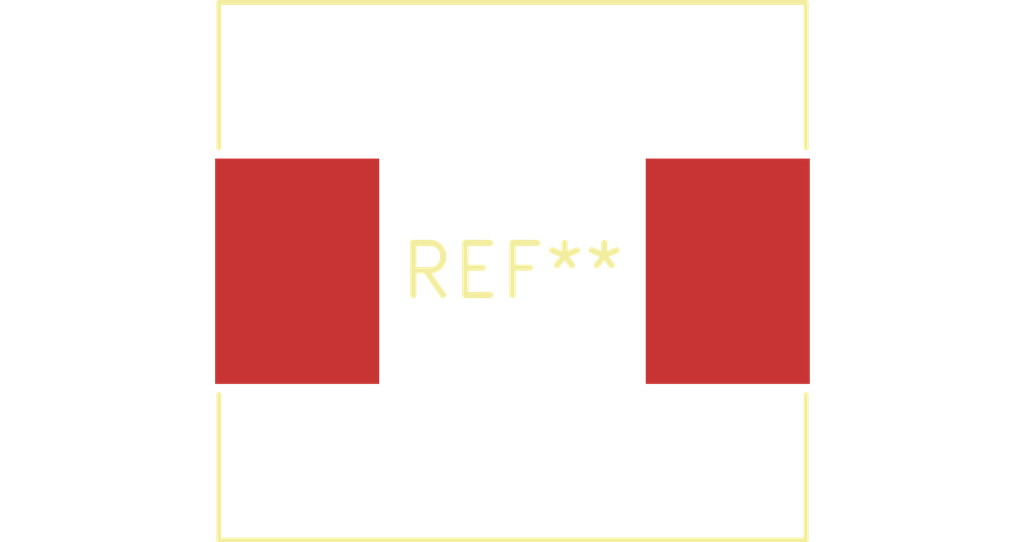
<source format=kicad_pcb>
(kicad_pcb (version 20240108) (generator pcbnew)
  (layers (0 "F.Cu" signal) (31 "B.Cu" signal) (34 "B.Paste" user) (35 "F.Paste" user) (36 "B.SilkS" user "B.Silkscreen") (37 "F.SilkS" user "F.Silkscreen") (38 "B.Mask" user) (39 "F.Mask" user) (44 "Edge.Cuts" user))
  (net 0 "")
  (footprint "L_Chilisin_BMRF00131360" (layer "F.Cu") (at 0 0)
    (property "Reference" "REF**")
    (property "Value" "L_Chilisin_BMRF00131360")
    (fp_line (start -7.16 -6.56) (end -7.16 -3.01) (layer "F.SilkS") (stroke (width 0.12)))
    (fp_line (start -7.16 -6.56) (end 7.16 -6.56) (layer "F.SilkS") (stroke (width 0.12)))
    (fp_line (start -7.16 6.56) (end -7.16 3.01) (layer "F.SilkS") (stroke (width 0.12)))
    (fp_line (start -7.16 6.56) (end 7.16 6.56) (layer "F.SilkS") (stroke (width 0.12)))
    (fp_line (start 7.16 -6.56) (end 7.16 -3.01) (layer "F.SilkS") (stroke (width 0.12)))
    (fp_line (start 7.16 6.56) (end 7.16 3.01) (layer "F.SilkS") (stroke (width 0.12)))
    (pad "1" smd rect (at -5.25 0) (size 4 5.5) (layers "F.Cu" "F.Paste" "F.Mask"))
    (pad "2" smd rect (at 5.25 0) (size 4 5.5) (layers "F.Cu" "F.Paste" "F.Mask"))
  )
)
</source>
